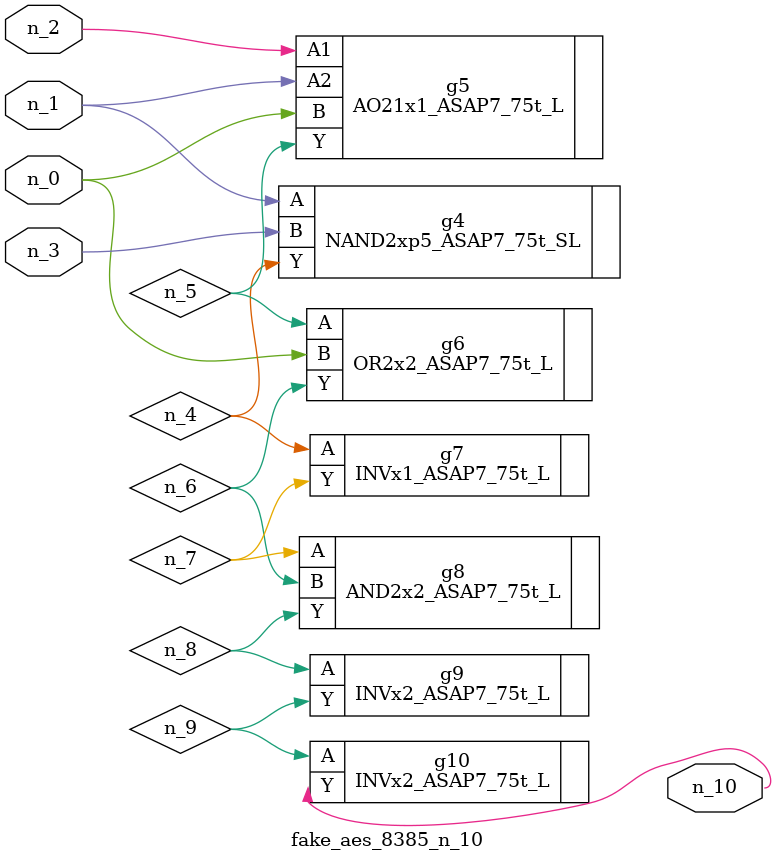
<source format=v>
module fake_aes_8385_n_10 (n_3, n_1, n_2, n_0, n_10);
input n_3;
input n_1;
input n_2;
input n_0;
output n_10;
wire n_6;
wire n_4;
wire n_9;
wire n_5;
wire n_7;
wire n_8;
NAND2xp5_ASAP7_75t_SL g4 ( .A(n_1), .B(n_3), .Y(n_4) );
AO21x1_ASAP7_75t_L g5 ( .A1(n_2), .A2(n_1), .B(n_0), .Y(n_5) );
OR2x2_ASAP7_75t_L g6 ( .A(n_5), .B(n_0), .Y(n_6) );
INVx1_ASAP7_75t_L g7 ( .A(n_4), .Y(n_7) );
AND2x2_ASAP7_75t_L g8 ( .A(n_7), .B(n_6), .Y(n_8) );
INVx2_ASAP7_75t_L g9 ( .A(n_8), .Y(n_9) );
INVx2_ASAP7_75t_L g10 ( .A(n_9), .Y(n_10) );
endmodule
</source>
